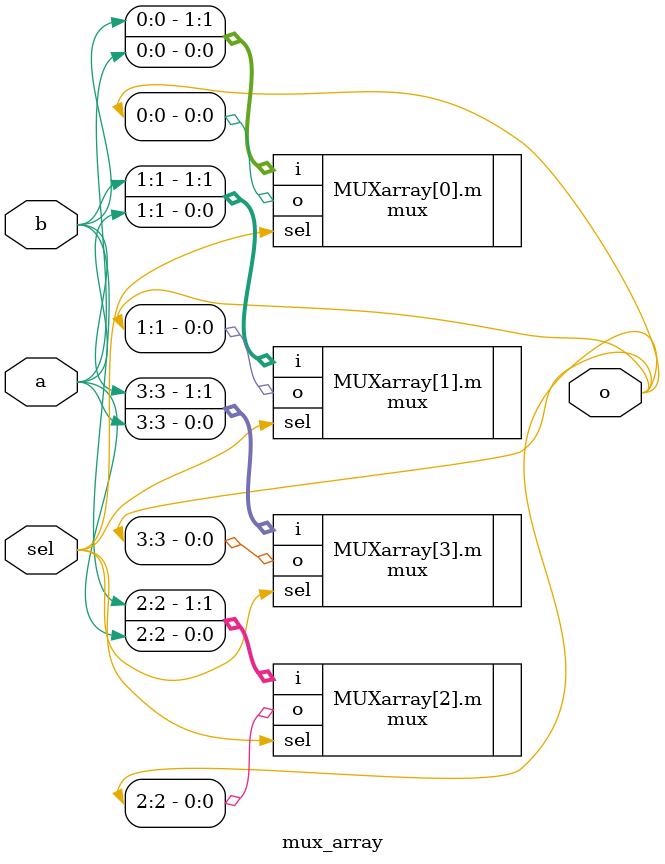
<source format=v>
`timescale 1ns / 1ps
module mux_array #(parameter SIZE=4)(
		input[SIZE-1:0] a,
		input[SIZE-1:0] b,
		input sel,
		output[SIZE-1:0] o
);
	genvar i;
	
	generate
		for (i=0; i<SIZE; i=i+1) begin: MUXarray
			mux m(
				.i({b[i], a[i]}),
				.sel(sel),
				.o(o[i])
			);
		end
	endgenerate
//	
//module mux_array (
//		input[3:0] a,
//		input[3:0] b,
//		input sel,
//		output[3:0] o
//);
//
//	mux m(
//		.i({a[0], b[0]}),
//		.sel(sel),
//		.o(o[0])
//	);
endmodule

</source>
